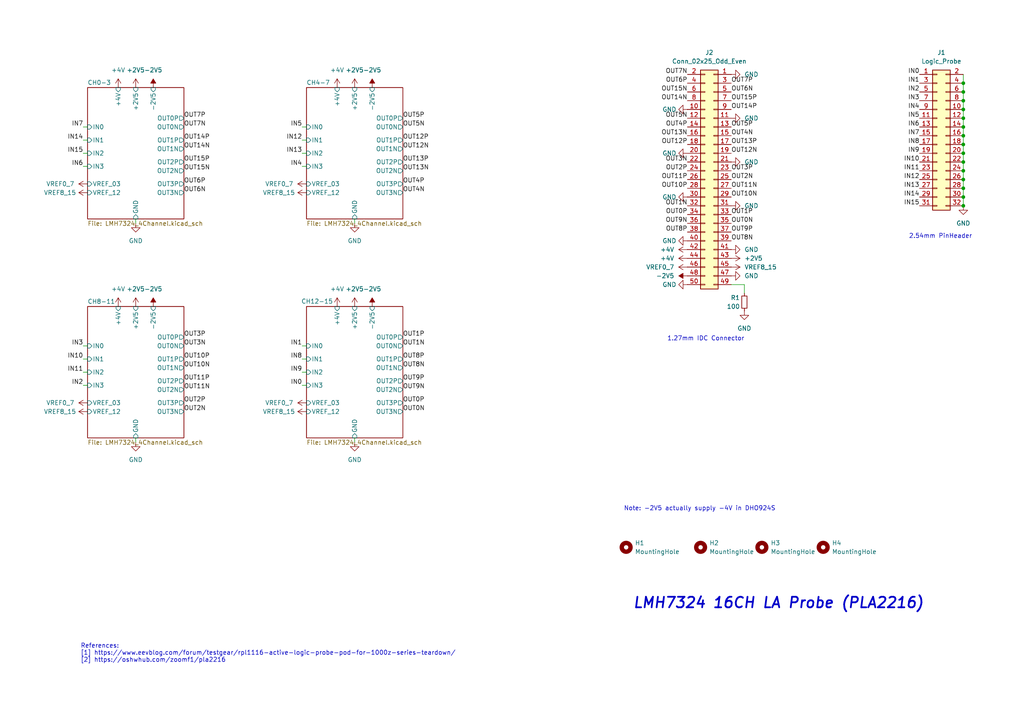
<source format=kicad_sch>
(kicad_sch (version 20231120) (generator "eeschema") (generator_version "8.0")
  (paper "A4")
  (lib_symbols
    (symbol "Connector_Generic:Conn_02x16_Odd_Even" (pin_names (offset 1.016) hide)
      (property "Reference" "J" (at 1.27 20.32 0))
      (property "Value" "Conn_02x16_Odd_Even" (at 1.27 -22.86 0))
      (symbol "Conn_02x16_Odd_Even_1_1"
        (rectangle (start -1.27 -20.193) (end 0 -20.447) (stroke (width 0.1524)))
        (rectangle (start -1.27 -17.653) (end 0 -17.907) (stroke (width 0.1524)))
        (rectangle (start -1.27 -15.113) (end 0 -15.367) (stroke (width 0.1524)))
        (rectangle (start -1.27 -12.573) (end 0 -12.827) (stroke (width 0.1524)))
        (rectangle (start -1.27 -10.033) (end 0 -10.287) (stroke (width 0.1524)))
        (rectangle (start -1.27 -7.493) (end 0 -7.747) (stroke (width 0.1524)))
        (rectangle (start -1.27 -4.953) (end 0 -5.207) (stroke (width 0.1524)))
        (rectangle (start -1.27 -2.413) (end 0 -2.667) (stroke (width 0.1524)))
        (rectangle (start -1.27 0.127) (end 0 -0.127) (stroke (width 0.1524)))
        (rectangle (start -1.27 2.667) (end 0 2.413) (stroke (width 0.1524)))
        (rectangle (start -1.27 5.207) (end 0 4.953) (stroke (width 0.1524)))
        (rectangle (start -1.27 7.747) (end 0 7.493) (stroke (width 0.1524)))
        (rectangle (start -1.27 10.287) (end 0 10.033) (stroke (width 0.1524)))
        (rectangle (start -1.27 12.827) (end 0 12.573) (stroke (width 0.1524)))
        (rectangle (start -1.27 15.367) (end 0 15.113) (stroke (width 0.1524)))
        (rectangle (start -1.27 17.907) (end 0 17.653) (stroke (width 0.1524)))
        (rectangle (start -1.27 19.05) (end 3.81 -21.59) (stroke (width 0.254)) (fill (type background)))
        (rectangle (start 3.81 -20.193) (end 2.54 -20.447) (stroke (width 0.1524)))
        (rectangle (start 3.81 -17.653) (end 2.54 -17.907) (stroke (width 0.1524)))
        (rectangle (start 3.81 -15.113) (end 2.54 -15.367) (stroke (width 0.1524)))
        (rectangle (start 3.81 -12.573) (end 2.54 -12.827) (stroke (width 0.1524)))
        (rectangle (start 3.81 -10.033) (end 2.54 -10.287) (stroke (width 0.1524)))
        (rectangle (start 3.81 -7.493) (end 2.54 -7.747) (stroke (width 0.1524)))
        (rectangle (start 3.81 -4.953) (end 2.54 -5.207) (stroke (width 0.1524)))
        (rectangle (start 3.81 -2.413) (end 2.54 -2.667) (stroke (width 0.1524)))
        (rectangle (start 3.81 0.127) (end 2.54 -0.127) (stroke (width 0.1524)))
        (rectangle (start 3.81 2.667) (end 2.54 2.413) (stroke (width 0.1524)))
        (rectangle (start 3.81 5.207) (end 2.54 4.953) (stroke (width 0.1524)))
        (rectangle (start 3.81 7.747) (end 2.54 7.493) (stroke (width 0.1524)))
        (rectangle (start 3.81 10.287) (end 2.54 10.033) (stroke (width 0.1524)))
        (rectangle (start 3.81 12.827) (end 2.54 12.573) (stroke (width 0.1524)))
        (rectangle (start 3.81 15.367) (end 2.54 15.113) (stroke (width 0.1524)))
        (rectangle (start 3.81 17.907) (end 2.54 17.653) (stroke (width 0.1524)))
        (pin passive line (at -5.08 17.78 0) (length 3.81) (name "Pin_1") (number "1"))
        (pin passive line (at 7.62 7.62 180) (length 3.81) (name "Pin_10") (number "10"))
        (pin passive line (at -5.08 5.08 0) (length 3.81) (name "Pin_11") (number "11"))
        (pin passive line (at 7.62 5.08 180) (length 3.81) (name "Pin_12") (number "12"))
        (pin passive line (at -5.08 2.54 0) (length 3.81) (name "Pin_13") (number "13"))
        (pin passive line (at 7.62 2.54 180) (length 3.81) (name "Pin_14") (number "14"))
        (pin passive line (at -5.08 0 0) (length 3.81) (name "Pin_15") (number "15"))
        (pin passive line (at 7.62 0 180) (length 3.81) (name "Pin_16") (number "16"))
        (pin passive line (at -5.08 -2.54 0) (length 3.81) (name "Pin_17") (number "17"))
        (pin passive line (at 7.62 -2.54 180) (length 3.81) (name "Pin_18") (number "18"))
        (pin passive line (at -5.08 -5.08 0) (length 3.81) (name "Pin_19") (number "19"))
        (pin passive line (at 7.62 17.78 180) (length 3.81) (name "Pin_2") (number "2"))
        (pin passive line (at 7.62 -5.08 180) (length 3.81) (name "Pin_20") (number "20"))
        (pin passive line (at -5.08 -7.62 0) (length 3.81) (name "Pin_21") (number "21"))
        (pin passive line (at 7.62 -7.62 180) (length 3.81) (name "Pin_22") (number "22"))
        (pin passive line (at -5.08 -10.16 0) (length 3.81) (name "Pin_23") (number "23"))
        (pin passive line (at 7.62 -10.16 180) (length 3.81) (name "Pin_24") (number "24"))
        (pin passive line (at -5.08 -12.7 0) (length 3.81) (name "Pin_25") (number "25"))
        (pin passive line (at 7.62 -12.7 180) (length 3.81) (name "Pin_26") (number "26"))
        (pin passive line (at -5.08 -15.24 0) (length 3.81) (name "Pin_27") (number "27"))
        (pin passive line (at 7.62 -15.24 180) (length 3.81) (name "Pin_28") (number "28"))
        (pin passive line (at -5.08 -17.78 0) (length 3.81) (name "Pin_29") (number "29"))
        (pin passive line (at -5.08 15.24 0) (length 3.81) (name "Pin_3") (number "3"))
        (pin passive line (at 7.62 -17.78 180) (length 3.81) (name "Pin_30") (number "30"))
        (pin passive line (at -5.08 -20.32 0) (length 3.81) (name "Pin_31") (number "31"))
        (pin passive line (at 7.62 -20.32 180) (length 3.81) (name "Pin_32") (number "32"))
        (pin passive line (at 7.62 15.24 180) (length 3.81) (name "Pin_4") (number "4"))
        (pin passive line (at -5.08 12.7 0) (length 3.81) (name "Pin_5") (number "5"))
        (pin passive line (at 7.62 12.7 180) (length 3.81) (name "Pin_6") (number "6"))
        (pin passive line (at -5.08 10.16 0) (length 3.81) (name "Pin_7") (number "7"))
        (pin passive line (at 7.62 10.16 180) (length 3.81) (name "Pin_8") (number "8"))
        (pin passive line (at -5.08 7.62 0) (length 3.81) (name "Pin_9") (number "9"))
      )
    )
    (symbol "Connector_Generic:Conn_02x25_Odd_Even" (pin_names (offset 1.016) hide)
      (property "Reference" "J" (at 1.27 33.02 0))
      (property "Value" "Conn_02x25_Odd_Even" (at 1.27 -33.02 0))
      (symbol "Conn_02x25_Odd_Even_1_1"
        (rectangle (start -1.27 -30.353) (end 0 -30.607) (stroke (width 0.1524)))
        (rectangle (start -1.27 -27.813) (end 0 -28.067) (stroke (width 0.1524)))
        (rectangle (start -1.27 -25.273) (end 0 -25.527) (stroke (width 0.1524)))
        (rectangle (start -1.27 -22.733) (end 0 -22.987) (stroke (width 0.1524)))
        (rectangle (start -1.27 -20.193) (end 0 -20.447) (stroke (width 0.1524)))
        (rectangle (start -1.27 -17.653) (end 0 -17.907) (stroke (width 0.1524)))
        (rectangle (start -1.27 -15.113) (end 0 -15.367) (stroke (width 0.1524)))
        (rectangle (start -1.27 -12.573) (end 0 -12.827) (stroke (width 0.1524)))
        (rectangle (start -1.27 -10.033) (end 0 -10.287) (stroke (width 0.1524)))
        (rectangle (start -1.27 -7.493) (end 0 -7.747) (stroke (width 0.1524)))
        (rectangle (start -1.27 -4.953) (end 0 -5.207) (stroke (width 0.1524)))
        (rectangle (start -1.27 -2.413) (end 0 -2.667) (stroke (width 0.1524)))
        (rectangle (start -1.27 0.127) (end 0 -0.127) (stroke (width 0.1524)))
        (rectangle (start -1.27 2.667) (end 0 2.413) (stroke (width 0.1524)))
        (rectangle (start -1.27 5.207) (end 0 4.953) (stroke (width 0.1524)))
        (rectangle (start -1.27 7.747) (end 0 7.493) (stroke (width 0.1524)))
        (rectangle (start -1.27 10.287) (end 0 10.033) (stroke (width 0.1524)))
        (rectangle (start -1.27 12.827) (end 0 12.573) (stroke (width 0.1524)))
        (rectangle (start -1.27 15.367) (end 0 15.113) (stroke (width 0.1524)))
        (rectangle (start -1.27 17.907) (end 0 17.653) (stroke (width 0.1524)))
        (rectangle (start -1.27 20.447) (end 0 20.193) (stroke (width 0.1524)))
        (rectangle (start -1.27 22.987) (end 0 22.733) (stroke (width 0.1524)))
        (rectangle (start -1.27 25.527) (end 0 25.273) (stroke (width 0.1524)))
        (rectangle (start -1.27 28.067) (end 0 27.813) (stroke (width 0.1524)))
        (rectangle (start -1.27 30.607) (end 0 30.353) (stroke (width 0.1524)))
        (rectangle (start -1.27 31.75) (end 3.81 -31.75) (stroke (width 0.254)) (fill (type background)))
        (rectangle (start 3.81 -30.353) (end 2.54 -30.607) (stroke (width 0.1524)))
        (rectangle (start 3.81 -27.813) (end 2.54 -28.067) (stroke (width 0.1524)))
        (rectangle (start 3.81 -25.273) (end 2.54 -25.527) (stroke (width 0.1524)))
        (rectangle (start 3.81 -22.733) (end 2.54 -22.987) (stroke (width 0.1524)))
        (rectangle (start 3.81 -20.193) (end 2.54 -20.447) (stroke (width 0.1524)))
        (rectangle (start 3.81 -17.653) (end 2.54 -17.907) (stroke (width 0.1524)))
        (rectangle (start 3.81 -15.113) (end 2.54 -15.367) (stroke (width 0.1524)))
        (rectangle (start 3.81 -12.573) (end 2.54 -12.827) (stroke (width 0.1524)))
        (rectangle (start 3.81 -10.033) (end 2.54 -10.287) (stroke (width 0.1524)))
        (rectangle (start 3.81 -7.493) (end 2.54 -7.747) (stroke (width 0.1524)))
        (rectangle (start 3.81 -4.953) (end 2.54 -5.207) (stroke (width 0.1524)))
        (rectangle (start 3.81 -2.413) (end 2.54 -2.667) (stroke (width 0.1524)))
        (rectangle (start 3.81 0.127) (end 2.54 -0.127) (stroke (width 0.1524)))
        (rectangle (start 3.81 2.667) (end 2.54 2.413) (stroke (width 0.1524)))
        (rectangle (start 3.81 5.207) (end 2.54 4.953) (stroke (width 0.1524)))
        (rectangle (start 3.81 7.747) (end 2.54 7.493) (stroke (width 0.1524)))
        (rectangle (start 3.81 10.287) (end 2.54 10.033) (stroke (width 0.1524)))
        (rectangle (start 3.81 12.827) (end 2.54 12.573) (stroke (width 0.1524)))
        (rectangle (start 3.81 15.367) (end 2.54 15.113) (stroke (width 0.1524)))
        (rectangle (start 3.81 17.907) (end 2.54 17.653) (stroke (width 0.1524)))
        (rectangle (start 3.81 20.447) (end 2.54 20.193) (stroke (width 0.1524)))
        (rectangle (start 3.81 22.987) (end 2.54 22.733) (stroke (width 0.1524)))
        (rectangle (start 3.81 25.527) (end 2.54 25.273) (stroke (width 0.1524)))
        (rectangle (start 3.81 28.067) (end 2.54 27.813) (stroke (width 0.1524)))
        (rectangle (start 3.81 30.607) (end 2.54 30.353) (stroke (width 0.1524)))
        (pin passive line (at -5.08 30.48 0) (length 3.81) (name "Pin_1") (number "1"))
        (pin passive line (at 7.62 20.32 180) (length 3.81) (name "Pin_10") (number "10"))
        (pin passive line (at -5.08 17.78 0) (length 3.81) (name "Pin_11") (number "11"))
        (pin passive line (at 7.62 17.78 180) (length 3.81) (name "Pin_12") (number "12"))
        (pin passive line (at -5.08 15.24 0) (length 3.81) (name "Pin_13") (number "13"))
        (pin passive line (at 7.62 15.24 180) (length 3.81) (name "Pin_14") (number "14"))
        (pin passive line (at -5.08 12.7 0) (length 3.81) (name "Pin_15") (number "15"))
        (pin passive line (at 7.62 12.7 180) (length 3.81) (name "Pin_16") (number "16"))
        (pin passive line (at -5.08 10.16 0) (length 3.81) (name "Pin_17") (number "17"))
        (pin passive line (at 7.62 10.16 180) (length 3.81) (name "Pin_18") (number "18"))
        (pin passive line (at -5.08 7.62 0) (length 3.81) (name "Pin_19") (number "19"))
        (pin passive line (at 7.62 30.48 180) (length 3.81) (name "Pin_2") (number "2"))
        (pin passive line (at 7.62 7.62 180) (length 3.81) (name "Pin_20") (number "20"))
        (pin passive line (at -5.08 5.08 0) (length 3.81) (name "Pin_21") (number "21"))
        (pin passive line (at 7.62 5.08 180) (length 3.81) (name "Pin_22") (number "22"))
        (pin passive line (at -5.08 2.54 0) (length 3.81) (name "Pin_23") (number "23"))
        (pin passive line (at 7.62 2.54 180) (length 3.81) (name "Pin_24") (number "24"))
        (pin passive line (at -5.08 0 0) (length 3.81) (name "Pin_25") (number "25"))
        (pin passive line (at 7.62 0 180) (length 3.81) (name "Pin_26") (number "26"))
        (pin passive line (at -5.08 -2.54 0) (length 3.81) (name "Pin_27") (number "27"))
        (pin passive line (at 7.62 -2.54 180) (length 3.81) (name "Pin_28") (number "28"))
        (pin passive line (at -5.08 -5.08 0) (length 3.81) (name "Pin_29") (number "29"))
        (pin passive line (at -5.08 27.94 0) (length 3.81) (name "Pin_3") (number "3"))
        (pin passive line (at 7.62 -5.08 180) (length 3.81) (name "Pin_30") (number "30"))
        (pin passive line (at -5.08 -7.62 0) (length 3.81) (name "Pin_31") (number "31"))
        (pin passive line (at 7.62 -7.62 180) (length 3.81) (name "Pin_32") (number "32"))
        (pin passive line (at -5.08 -10.16 0) (length 3.81) (name "Pin_33") (number "33"))
        (pin passive line (at 7.62 -10.16 180) (length 3.81) (name "Pin_34") (number "34"))
        (pin passive line (at -5.08 -12.7 0) (length 3.81) (name "Pin_35") (number "35"))
        (pin passive line (at 7.62 -12.7 180) (length 3.81) (name "Pin_36") (number "36"))
        (pin passive line (at -5.08 -15.24 0) (length 3.81) (name "Pin_37") (number "37"))
        (pin passive line (at 7.62 -15.24 180) (length 3.81) (name "Pin_38") (number "38"))
        (pin passive line (at -5.08 -17.78 0) (length 3.81) (name "Pin_39") (number "39"))
        (pin passive line (at 7.62 27.94 180) (length 3.81) (name "Pin_4") (number "4"))
        (pin passive line (at 7.62 -17.78 180) (length 3.81) (name "Pin_40") (number "40"))
        (pin passive line (at -5.08 -20.32 0) (length 3.81) (name "Pin_41") (number "41"))
        (pin passive line (at 7.62 -20.32 180) (length 3.81) (name "Pin_42") (number "42"))
        (pin passive line (at -5.08 -22.86 0) (length 3.81) (name "Pin_43") (number "43"))
        (pin passive line (at 7.62 -22.86 180) (length 3.81) (name "Pin_44") (number "44"))
        (pin passive line (at -5.08 -25.4 0) (length 3.81) (name "Pin_45") (number "45"))
        (pin passive line (at 7.62 -25.4 180) (length 3.81) (name "Pin_46") (number "46"))
        (pin passive line (at -5.08 -27.94 0) (length 3.81) (name "Pin_47") (number "47"))
        (pin passive line (at 7.62 -27.94 180) (length 3.81) (name "Pin_48") (number "48"))
        (pin passive line (at -5.08 -30.48 0) (length 3.81) (name "Pin_49") (number "49"))
        (pin passive line (at -5.08 25.4 0) (length 3.81) (name "Pin_5") (number "5"))
        (pin passive line (at 7.62 -30.48 180) (length 3.81) (name "Pin_50") (number "50"))
        (pin passive line (at 7.62 25.4 180) (length 3.81) (name "Pin_6") (number "6"))
        (pin passive line (at -5.08 22.86 0) (length 3.81) (name "Pin_7") (number "7"))
        (pin passive line (at 7.62 22.86 180) (length 3.81) (name "Pin_8") (number "8"))
        (pin passive line (at -5.08 20.32 0) (length 3.81) (name "Pin_9") (number "9"))
      )
    )
    (symbol "Device:R_Small" (pin_numbers hide) (pin_names (offset 0.254) hide)
      (property "Reference" "R" (at 0.762 0.508 0))
      (property "Value" "R_Small" (at 0.762 -1.016 0))
      (symbol "R_Small_0_1"
        (rectangle (start -0.762 1.778) (end 0.762 -1.778) (stroke (width 0.2032)))
      )
      (symbol "R_Small_1_1"
        (pin passive line (at 0 2.54 270) (length 0.762) (name "~") (number "1"))
        (pin passive line (at 0 -2.54 90) (length 0.762) (name "~") (number "2"))
      )
    )
    (symbol "Mechanical:MountingHole" (pin_names (offset 1.016)) (exclude_from_sim yes) (in_bom no)
      (property "Reference" "H" (at 0 5.08 0))
      (property "Value" "MountingHole" (at 0 3.175 0))
      (symbol "MountingHole_0_1"
        (circle (center 0 0) (radius 1.27) (stroke (width 1.27)))
      )
    )
    (symbol "power:+2V5" (power) (pin_numbers hide) (pin_names (offset 0) hide)
      (property "Value" "+2V5" (at 0 3.556 0))
      (symbol "+2V5_0_1"
        (polyline (pts (xy -0.762 1.27) (xy 0 2.54)))
        (polyline (pts (xy 0 0) (xy 0 2.54)))
        (polyline (pts (xy 0 2.54) (xy 0.762 1.27)))
      )
      (symbol "+2V5_1_1"
        (pin power_in line (at 0 0 90) (length 0) (name "~") (number "1"))
      )
    )
    (symbol "power:+4V" (power) (pin_numbers hide) (pin_names (offset 0) hide)
      (property "Value" "+4V" (at 0 3.556 0))
      (symbol "+4V_0_1"
        (polyline (pts (xy -0.762 1.27) (xy 0 2.54)))
        (polyline (pts (xy 0 0) (xy 0 2.54)))
        (polyline (pts (xy 0 2.54) (xy 0.762 1.27)))
      )
      (symbol "+4V_1_1"
        (pin power_in line (at 0 0 90) (length 0) (name "~") (number "1"))
      )
    )
    (symbol "power:-2V5" (power) (pin_numbers hide) (pin_names (offset 0) hide)
      (property "Value" "-2V5" (at 0 3.556 0))
      (symbol "-2V5_0_0"
        (pin power_in line (at 0 0 90) (length 0) (name "~") (number "1"))
      )
      (symbol "-2V5_0_1"
        (polyline (pts (xy 0 0) (xy 0 1.27) (xy 0.762 1.27) (xy 0 2.54) (xy -0.762 1.27) (xy 0 1.27)) (fill (type outline)))
      )
    )
    (symbol "power:GND" (power) (pin_numbers hide) (pin_names (offset 0) hide)
      (property "Value" "GND" (at 0 -3.81 0))
      (symbol "GND_0_1"
        (polyline (pts (xy 0 0) (xy 0 -1.27) (xy 1.27 -1.27) (xy 0 -2.54) (xy -1.27 -1.27) (xy 0 -1.27)))
      )
      (symbol "GND_1_1"
        (pin power_in line (at 0 0 270) (length 0) (name "~") (number "1"))
      )
    )
    (symbol "power:Vdrive" (power) (pin_numbers hide) (pin_names (offset 0) hide)
      (property "Value" "Vdrive" (at 0 3.556 0))
      (symbol "Vdrive_0_1"
        (polyline (pts (xy -0.762 1.27) (xy 0 2.54)))
        (polyline (pts (xy 0 0) (xy 0 2.54)))
        (polyline (pts (xy 0 2.54) (xy 0.762 1.27)))
      )
      (symbol "Vdrive_1_1"
        (pin power_in line (at 0 0 90) (length 0) (name "~") (number "1"))
      )
    )
  )
  (junction (at 279.4 36.83))
  (junction (at 279.4 52.07))
  (junction (at 279.4 39.37))
  (junction (at 279.4 44.45))
  (junction (at 279.4 54.61))
  (junction (at 279.4 46.99))
  (junction (at 279.4 24.13))
  (junction (at 279.4 26.67))
  (junction (at 279.4 41.91))
  (junction (at 279.4 59.69))
  (junction (at 279.4 29.21))
  (junction (at 279.4 49.53))
  (junction (at 279.4 31.75))
  (junction (at 279.4 57.15))
  (junction (at 279.4 34.29))
  (wire (pts (xy 87.63 48.26) (xy 88.9 48.26)))
  (wire (pts (xy 279.4 34.29) (xy 279.4 36.83)))
  (wire (pts (xy 279.4 54.61) (xy 279.4 57.15)))
  (wire (pts (xy 279.4 41.91) (xy 279.4 44.45)))
  (wire (pts (xy 39.37 64.77) (xy 39.37 63.5)))
  (wire (pts (xy 102.87 64.77) (xy 102.87 63.5)))
  (wire (pts (xy 24.13 40.64) (xy 25.4 40.64)))
  (wire (pts (xy 279.4 52.07) (xy 279.4 54.61)))
  (wire (pts (xy 87.63 100.33) (xy 88.9 100.33)))
  (wire (pts (xy 24.13 104.14) (xy 25.4 104.14)))
  (wire (pts (xy 24.13 100.33) (xy 25.4 100.33)))
  (wire (pts (xy 24.13 36.83) (xy 25.4 36.83)))
  (wire (pts (xy 279.4 36.83) (xy 279.4 39.37)))
  (wire (pts (xy 279.4 29.21) (xy 279.4 31.75)))
  (wire (pts (xy 102.87 128.27) (xy 102.87 127)))
  (wire (pts (xy 24.13 111.76) (xy 25.4 111.76)))
  (wire (pts (xy 279.4 21.59) (xy 279.4 24.13)))
  (wire (pts (xy 279.4 26.67) (xy 279.4 29.21)))
  (wire (pts (xy 87.63 104.14) (xy 88.9 104.14)))
  (wire (pts (xy 87.63 40.64) (xy 88.9 40.64)))
  (wire (pts (xy 24.13 107.95) (xy 25.4 107.95)))
  (wire (pts (xy 279.4 46.99) (xy 279.4 49.53)))
  (wire (pts (xy 87.63 36.83) (xy 88.9 36.83)))
  (wire (pts (xy 39.37 128.27) (xy 39.37 127)))
  (wire (pts (xy 24.13 48.26) (xy 25.4 48.26)))
  (wire (pts (xy 24.13 44.45) (xy 25.4 44.45)))
  (wire (pts (xy 279.4 57.15) (xy 279.4 59.69)))
  (wire (pts (xy 279.4 44.45) (xy 279.4 46.99)))
  (wire (pts (xy 279.4 24.13) (xy 279.4 26.67)))
  (wire (pts (xy 87.63 44.45) (xy 88.9 44.45)))
  (wire (pts (xy 279.4 31.75) (xy 279.4 34.29)))
  (wire (pts (xy 279.4 49.53) (xy 279.4 52.07)))
  (wire (pts (xy 279.4 39.37) (xy 279.4 41.91)))
  (wire (pts (xy 87.63 107.95) (xy 88.9 107.95)))
  (wire (pts (xy 215.9 82.55) (xy 212.09 82.55)))
  (wire (pts (xy 215.9 85.09) (xy 215.9 82.55)))
  (wire (pts (xy 87.63 111.76) (xy 88.9 111.76)))
  (text "References:\n[1] https://www.eevblog.com/forum/testgear/rpl1116-active-logic-probe-pod-for-1000z-series-teardown/\n[2] https://oshwhub.com/zoomf1/pla2216" (at 23.368 189.484 0) (effects (font (size 1.27 1.27)) (justify left)))
  (text "2.54mm PinHeader" (at 272.796 68.58 0) (effects (font (size 1.27 1.27))))
  (text "1.27mm IDC Connector" (at 204.724 98.298 0) (effects (font (size 1.27 1.27))))
  (text "LMH7324 16CH LA Probe (PLA2216)" (at 225.806 175.006 0) (effects (font (size 3.048 3.048) (thickness 0.508) (bold yes) (italic yes))))
  (text "Note: -2V5 actually supply -4V in DHO924S" (at 202.946 147.574 0) (effects (font (size 1.27 1.27))))
  (label "OUT4P" (at 199.39 36.83 180))
  (label "IN8" (at 266.7 41.91 180))
  (label "OUT0N" (at 212.09 64.77 0))
  (label "OUT11P" (at 199.39 52.07 180))
  (label "IN3" (at 266.7 29.21 180))
  (label "OUT8P" (at 199.39 67.31 180))
  (label "OUT0N" (at 116.84 119.38 0))
  (label "OUT10N" (at 212.09 57.15 0))
  (label "OUT14P" (at 212.09 31.75 0))
  (label "OUT1N" (at 116.84 100.33 0))
  (label "IN1" (at 87.63 100.33 180))
  (label "OUT9P" (at 116.84 110.49 0))
  (label "IN5" (at 87.63 36.83 180))
  (label "OUT2P" (at 199.39 49.53 180))
  (label "OUT8N" (at 212.09 69.85 0))
  (label "OUT12N" (at 212.09 44.45 0))
  (label "OUT12P" (at 116.84 40.64 0))
  (label "IN3" (at 24.13 100.33 180))
  (label "OUT7N" (at 53.34 36.83 0))
  (label "IN2" (at 24.13 111.76 180))
  (label "OUT6P" (at 199.39 24.13 180))
  (label "OUT4N" (at 116.84 55.88 0))
  (label "OUT4P" (at 116.84 53.34 0))
  (label "OUT14N" (at 53.34 43.18 0))
  (label "OUT8N" (at 116.84 106.68 0))
  (label "IN4" (at 266.7 31.75 180))
  (label "OUT2N" (at 53.34 119.38 0))
  (label "OUT9N" (at 199.39 64.77 180))
  (label "OUT7N" (at 199.39 21.59 180))
  (label "IN5" (at 266.7 34.29 180))
  (label "OUT3P" (at 212.09 49.53 0))
  (label "IN10" (at 24.13 104.14 180))
  (label "IN6" (at 24.13 48.26 180))
  (label "OUT14P" (at 53.34 40.64 0))
  (label "OUT9P" (at 212.09 67.31 0))
  (label "OUT15N" (at 53.34 49.53 0))
  (label "OUT8P" (at 116.84 104.14 0))
  (label "IN1" (at 266.7 24.13 180))
  (label "IN12" (at 87.63 40.64 180))
  (label "OUT0P" (at 199.39 62.23 180))
  (label "IN15" (at 266.7 59.69 180))
  (label "OUT1N" (at 199.39 59.69 180))
  (label "IN14" (at 266.7 57.15 180))
  (label "OUT6N" (at 212.09 26.67 0))
  (label "OUT6N" (at 53.34 55.88 0))
  (label "IN4" (at 87.63 48.26 180))
  (label "IN2" (at 266.7 26.67 180))
  (label "IN7" (at 266.7 39.37 180))
  (label "OUT4N" (at 212.09 39.37 0))
  (label "IN6" (at 266.7 36.83 180))
  (label "OUT2N" (at 212.09 52.07 0))
  (label "IN11" (at 266.7 49.53 180))
  (label "OUT13N" (at 199.39 39.37 180))
  (label "OUT10N" (at 53.34 106.68 0))
  (label "IN0" (at 266.7 21.59 180))
  (label "IN12" (at 266.7 52.07 180))
  (label "OUT1P" (at 212.09 62.23 0))
  (label "IN11" (at 24.13 107.95 180))
  (label "OUT15P" (at 53.34 46.99 0))
  (label "OUT15N" (at 199.39 26.67 180))
  (label "OUT12P" (at 199.39 41.91 180))
  (label "IN9" (at 87.63 107.95 180))
  (label "IN7" (at 24.13 36.83 180))
  (label "OUT11N" (at 53.34 113.03 0))
  (label "OUT7P" (at 53.34 34.29 0))
  (label "OUT11P" (at 53.34 110.49 0))
  (label "OUT7P" (at 212.09 24.13 0))
  (label "OUT5N" (at 199.39 34.29 180))
  (label "IN14" (at 24.13 40.64 180))
  (label "OUT15P" (at 212.09 29.21 0))
  (label "OUT13P" (at 212.09 41.91 0))
  (label "OUT9N" (at 116.84 113.03 0))
  (label "OUT3N" (at 53.34 100.33 0))
  (label "OUT3N" (at 199.39 46.99 180))
  (label "OUT10P" (at 199.39 54.61 180))
  (label "OUT13N" (at 116.84 49.53 0))
  (label "IN15" (at 24.13 44.45 180))
  (label "IN9" (at 266.7 44.45 180))
  (label "OUT10P" (at 53.34 104.14 0))
  (label "OUT12N" (at 116.84 43.18 0))
  (label "IN13" (at 87.63 44.45 180))
  (label "IN13" (at 266.7 54.61 180))
  (label "OUT2P" (at 53.34 116.84 0))
  (label "OUT3P" (at 53.34 97.79 0))
  (label "OUT5P" (at 212.09 36.83 0))
  (label "IN0" (at 87.63 111.76 180))
  (label "OUT13P" (at 116.84 46.99 0))
  (label "OUT6P" (at 53.34 53.34 0))
  (label "OUT5N" (at 116.84 36.83 0))
  (label "IN8" (at 87.63 104.14 180))
  (label "OUT14N" (at 199.39 29.21 180))
  (label "OUT11N" (at 212.09 54.61 0))
  (label "IN10" (at 266.7 46.99 180))
  (label "OUT0P" (at 116.84 116.84 0))
  (label "OUT5P" (at 116.84 34.29 0))
  (label "OUT1P" (at 116.84 97.79 0))
  (symbol (lib_id "power:Vdrive") (at 25.4 116.84 90) (unit 1)
    (property "Reference" "#PWR0248" (effects (hide yes)))
    (property "Value" "VREF0_7" (at 21.59 116.8399 90) (effects (justify left)))
    (property "Description" "Power symbol creates a global label with name \"Vdrive\"" (effects (hide yes)))
  )
  (symbol (lib_id "power:-2V5") (at 44.45 25.4 0) (mirror y) (unit 1)
    (property "Reference" "#PWR04" (effects (hide yes)))
    (property "Value" "-2V5" (at 44.45 20.32 0))
    (property "Description" "Power symbol creates a global label with name \"-2V5\"" (effects (hide yes)))
  )
  (symbol (lib_id "power:Vdrive") (at 88.9 53.34 90) (unit 1)
    (property "Reference" "#PWR013" (effects (hide yes)))
    (property "Value" "VREF0_7" (at 85.09 53.3399 90) (effects (justify left)))
    (property "Description" "Power symbol creates a global label with name \"Vdrive\"" (effects (hide yes)))
  )
  (symbol (lib_id "power:GND") (at 39.37 128.27 0) (mirror y) (unit 1)
    (property "Reference" "#PWR038" (effects (hide yes)))
    (property "Value" "GND" (at 39.37 133.35 0))
    (property "Description" "Power symbol creates a global label with name \"GND\" , ground" (effects (hide yes)))
  )
  (symbol (lib_id "power:GND") (at 212.09 80.01 90) (unit 1)
    (property "Reference" "#PWR027" (effects (hide yes)))
    (property "Value" "GND" (at 215.9 80.0099 90) (effects (justify right)))
    (property "Description" "Power symbol creates a global label with name \"GND\" , ground" (effects (hide yes)))
  )
  (symbol (lib_id "power:+4V") (at 199.39 72.39 90) (unit 1)
    (property "Reference" "#PWR020" (effects (hide yes)))
    (property "Value" "+4V" (at 195.58 72.3899 90) (effects (justify left)))
    (property "Description" "Power symbol creates a global label with name \"+4V\"" (effects (hide yes)))
  )
  (symbol (lib_id "power:GND") (at 199.39 44.45 270) (unit 1)
    (property "Reference" "#PWR010" (effects (hide yes)))
    (property "Value" "GND" (at 196.1991 44.4499 90) (effects (justify right)))
    (property "Description" "Power symbol creates a global label with name \"GND\" , ground" (effects (hide yes)))
  )
  (symbol (lib_id "power:GND") (at 199.39 69.85 270) (unit 1)
    (property "Reference" "#PWR019" (effects (hide yes)))
    (property "Value" "GND" (at 196.1991 69.8499 90) (effects (justify right)))
    (property "Description" "Power symbol creates a global label with name \"GND\" , ground" (effects (hide yes)))
  )
  (symbol (lib_id "power:GND") (at 215.9 90.17 0) (unit 1)
    (property "Reference" "#PWR035" (effects (hide yes)))
    (property "Value" "GND" (at 215.9 95.25 0))
    (property "Description" "Power symbol creates a global label with name \"GND\" , ground" (effects (hide yes)))
  )
  (symbol (lib_id "power:+4V") (at 97.79 88.9 0) (mirror y) (unit 1)
    (property "Reference" "#PWR032" (effects (hide yes)))
    (property "Value" "+4V" (at 97.79 83.82 0))
    (property "Description" "Power symbol creates a global label with name \"+4V\"" (effects (hide yes)))
  )
  (symbol (lib_id "power:Vdrive") (at 25.4 119.38 90) (unit 1)
    (property "Reference" "#PWR0249" (effects (hide yes)))
    (property "Value" "VREF8_15" (at 22.098 119.38 90) (effects (justify left)))
    (property "Description" "Power symbol creates a global label with name \"Vdrive\"" (effects (hide yes)))
  )
  (symbol (lib_id "power:+4V") (at 199.39 74.93 90) (unit 1)
    (property "Reference" "#PWR022" (effects (hide yes)))
    (property "Value" "+4V" (at 195.58 74.9299 90) (effects (justify left)))
    (property "Description" "Power symbol creates a global label with name \"+4V\"" (effects (hide yes)))
  )
  (symbol (lib_id "Device:R_Small") (at 215.9 87.63 0) (mirror y) (unit 1)
    (property "Reference" "R1" (at 214.63 86.36 0) (effects (justify left)))
    (property "Value" "100" (at 214.63 88.9 0) (effects (justify left)))
    (property "Footprint" "Resistor_SMD:R_0603_1608Metric" (effects (hide yes)))
    (property "LCSC" "C17414" (effects (hide yes)))
    (property "package" "0805" (effects (hide yes)))
    (property "power" "125 mW" (effects (hide yes)))
    (property "tolerance" "1%" (effects (hide yes)))
  )
  (symbol (lib_id "power:Vdrive") (at 212.09 77.47 270) (unit 1)
    (property "Reference" "#PWR025" (effects (hide yes)))
    (property "Value" "VREF8_15" (at 215.9 77.4699 90) (effects (justify left)))
    (property "Description" "Power symbol creates a global label with name \"Vdrive\"" (effects (hide yes)))
  )
  (symbol (lib_id "Mechanical:MountingHole") (at 203.2 158.75 0) (unit 1) (exclude_from_sim yes) (in_bom no)
    (property "Reference" "H2" (at 205.74 157.4799 0) (effects (justify left)))
    (property "Value" "MountingHole" (at 205.74 160.0199 0) (effects (justify left)))
    (property "Footprint" "MountingHole:MountingHole_2.2mm_M2" (effects (hide yes)))
    (property "Description" "Mounting Hole without connection" (effects (hide yes)))
  )
  (symbol (lib_id "power:Vdrive") (at 88.9 55.88 90) (unit 1)
    (property "Reference" "#PWR037" (effects (hide yes)))
    (property "Value" "VREF8_15" (at 85.598 55.88 90) (effects (justify left)))
    (property "Description" "Power symbol creates a global label with name \"Vdrive\"" (effects (hide yes)))
  )
  (symbol (lib_id "Connector_Generic:Conn_02x25_Odd_Even") (at 207.01 52.07 0) (mirror y) (unit 1)
    (property "Reference" "J2" (at 205.74 15.24 0))
    (property "Value" "Conn_02x25_Odd_Even" (at 205.74 17.78 0))
    (property "Footprint" "Footprints:PinHeader_02x25_1.27mm_SMD" (effects (hide yes)))
    (property "Description" "Generic connector, double row, 02x25, odd/even pin numbering scheme (row 1 odd numbers, row 2 even numbers), script generated (kicad-library-utils/schlib/autogen/connector/)" (effects (hide yes)))
  )
  (symbol (lib_id "power:-2V5") (at 107.95 88.9 0) (mirror y) (unit 1)
    (property "Reference" "#PWR034" (effects (hide yes)))
    (property "Value" "-2V5" (at 107.95 83.82 0))
    (property "Description" "Power symbol creates a global label with name \"-2V5\"" (effects (hide yes)))
  )
  (symbol (lib_id "power:+4V") (at 34.29 88.9 0) (mirror y) (unit 1)
    (property "Reference" "#PWR029" (effects (hide yes)))
    (property "Value" "+4V" (at 34.29 83.82 0))
    (property "Description" "Power symbol creates a global label with name \"+4V\"" (effects (hide yes)))
  )
  (symbol (lib_id "power:GND") (at 102.87 128.27 0) (mirror y) (unit 1)
    (property "Reference" "#PWR039" (effects (hide yes)))
    (property "Value" "GND" (at 102.87 133.35 0))
    (property "Description" "Power symbol creates a global label with name \"GND\" , ground" (effects (hide yes)))
  )
  (symbol (lib_id "power:-2V5") (at 199.39 80.01 90) (unit 1)
    (property "Reference" "#PWR026" (effects (hide yes)))
    (property "Value" "-2V5" (at 195.58 80.0099 90) (effects (justify left)))
    (property "Description" "Power symbol creates a global label with name \"-2V5\"" (effects (hide yes)))
  )
  (symbol (lib_id "power:GND") (at 212.09 21.59 90) (unit 1)
    (property "Reference" "#PWR01" (effects (hide yes)))
    (property "Value" "GND" (at 215.9 21.5899 90) (effects (justify right)))
    (property "Description" "Power symbol creates a global label with name \"GND\" , ground" (effects (hide yes)))
  )
  (symbol (lib_id "power:GND") (at 279.4 59.69 0) (unit 1)
    (property "Reference" "#PWR016" (effects (hide yes)))
    (property "Value" "GND" (at 279.4 64.77 0))
    (property "Description" "Power symbol creates a global label with name \"GND\" , ground" (effects (hide yes)))
  )
  (symbol (lib_id "power:Vdrive") (at 199.39 77.47 90) (unit 1)
    (property "Reference" "#PWR024" (effects (hide yes)))
    (property "Value" "VREF0_7" (at 195.58 77.4699 90) (effects (justify left)))
    (property "Description" "Power symbol creates a global label with name \"Vdrive\"" (effects (hide yes)))
  )
  (symbol (lib_id "power:GND") (at 212.09 46.99 90) (unit 1)
    (property "Reference" "#PWR011" (effects (hide yes)))
    (property "Value" "GND" (at 215.9 46.9899 90) (effects (justify right)))
    (property "Description" "Power symbol creates a global label with name \"GND\" , ground" (effects (hide yes)))
  )
  (symbol (lib_id "power:+2V5") (at 102.87 25.4 0) (mirror y) (unit 1)
    (property "Reference" "#PWR06" (effects (hide yes)))
    (property "Value" "+2V5" (at 102.87 20.32 0))
    (property "Description" "Power symbol creates a global label with name \"+2V5\"" (effects (hide yes)))
  )
  (symbol (lib_id "power:GND") (at 199.39 82.55 270) (unit 1)
    (property "Reference" "#PWR028" (effects (hide yes)))
    (property "Value" "GND" (at 196.1991 82.5499 90) (effects (justify right)))
    (property "Description" "Power symbol creates a global label with name \"GND\" , ground" (effects (hide yes)))
  )
  (symbol (lib_id "power:GND") (at 199.39 57.15 270) (unit 1)
    (property "Reference" "#PWR014" (effects (hide yes)))
    (property "Value" "GND" (at 196.1991 57.1499 90) (effects (justify right)))
    (property "Description" "Power symbol creates a global label with name \"GND\" , ground" (effects (hide yes)))
  )
  (symbol (lib_id "power:GND") (at 212.09 72.39 90) (unit 1)
    (property "Reference" "#PWR021" (effects (hide yes)))
    (property "Value" "GND" (at 215.9 72.3899 90) (effects (justify right)))
    (property "Description" "Power symbol creates a global label with name \"GND\" , ground" (effects (hide yes)))
  )
  (symbol (lib_id "power:-2V5") (at 44.45 88.9 0) (mirror y) (unit 1)
    (property "Reference" "#PWR031" (effects (hide yes)))
    (property "Value" "-2V5" (at 44.45 83.82 0))
    (property "Description" "Power symbol creates a global label with name \"-2V5\"" (effects (hide yes)))
  )
  (symbol (lib_id "power:+4V") (at 97.79 25.4 0) (mirror y) (unit 1)
    (property "Reference" "#PWR05" (effects (hide yes)))
    (property "Value" "+4V" (at 97.79 20.32 0))
    (property "Description" "Power symbol creates a global label with name \"+4V\"" (effects (hide yes)))
  )
  (symbol (lib_id "power:GND") (at 212.09 34.29 90) (unit 1)
    (property "Reference" "#PWR09" (effects (hide yes)))
    (property "Value" "GND" (at 215.9 34.2899 90) (effects (justify right)))
    (property "Description" "Power symbol creates a global label with name \"GND\" , ground" (effects (hide yes)))
  )
  (symbol (lib_id "power:Vdrive") (at 88.9 116.84 90) (unit 1)
    (property "Reference" "#PWR0250" (effects (hide yes)))
    (property "Value" "VREF0_7" (at 85.09 116.8399 90) (effects (justify left)))
    (property "Description" "Power symbol creates a global label with name \"Vdrive\"" (effects (hide yes)))
  )
  (symbol (lib_id "Connector_Generic:Conn_02x16_Odd_Even") (at 271.78 39.37 0) (unit 1)
    (property "Reference" "J1" (at 273.05 15.24 0))
    (property "Value" "Logic_Probe" (at 273.05 17.78 0))
    (property "Footprint" "Footprints:PinHeader_02x16_2.54mm_SMD" (effects (hide yes)))
    (property "Description" "Generic connector, double row, 02x16, odd/even pin numbering scheme (row 1 odd numbers, row 2 even numbers), script generated (kicad-library-utils/schlib/autogen/connector/)" (effects (hide yes)))
  )
  (symbol (lib_id "power:-2V5") (at 107.95 25.4 0) (mirror y) (unit 1)
    (property "Reference" "#PWR07" (effects (hide yes)))
    (property "Value" "-2V5" (at 107.95 20.32 0))
    (property "Description" "Power symbol creates a global label with name \"-2V5\"" (effects (hide yes)))
  )
  (symbol (lib_id "power:GND") (at 39.37 64.77 0) (mirror y) (unit 1)
    (property "Reference" "#PWR017" (effects (hide yes)))
    (property "Value" "GND" (at 39.37 69.85 0))
    (property "Description" "Power symbol creates a global label with name \"GND\" , ground" (effects (hide yes)))
  )
  (symbol (lib_id "power:+2V5") (at 39.37 88.9 0) (mirror y) (unit 1)
    (property "Reference" "#PWR030" (effects (hide yes)))
    (property "Value" "+2V5" (at 39.37 83.82 0))
    (property "Description" "Power symbol creates a global label with name \"+2V5\"" (effects (hide yes)))
  )
  (symbol (lib_id "power:+2V5") (at 39.37 25.4 0) (mirror y) (unit 1)
    (property "Reference" "#PWR03" (effects (hide yes)))
    (property "Value" "+2V5" (at 39.37 20.32 0))
    (property "Description" "Power symbol creates a global label with name \"+2V5\"" (effects (hide yes)))
  )
  (symbol (lib_id "power:GND") (at 199.39 31.75 270) (unit 1)
    (property "Reference" "#PWR08" (effects (hide yes)))
    (property "Value" "GND" (at 196.1991 31.7499 90) (effects (justify right)))
    (property "Description" "Power symbol creates a global label with name \"GND\" , ground" (effects (hide yes)))
  )
  (symbol (lib_id "power:GND") (at 212.09 59.69 90) (unit 1)
    (property "Reference" "#PWR015" (effects (hide yes)))
    (property "Value" "GND" (at 215.9 59.6899 90) (effects (justify right)))
    (property "Description" "Power symbol creates a global label with name \"GND\" , ground" (effects (hide yes)))
  )
  (symbol (lib_id "Mechanical:MountingHole") (at 220.98 158.75 0) (unit 1) (exclude_from_sim yes) (in_bom no)
    (property "Reference" "H3" (at 223.52 157.4799 0) (effects (justify left)))
    (property "Value" "MountingHole" (at 223.52 160.0199 0) (effects (justify left)))
    (property "Footprint" "MountingHole:MountingHole_2.2mm_M2" (effects (hide yes)))
    (property "Description" "Mounting Hole without connection" (effects (hide yes)))
  )
  (symbol (lib_id "power:Vdrive") (at 88.9 119.38 90) (unit 1)
    (property "Reference" "#PWR0251" (effects (hide yes)))
    (property "Value" "VREF8_15" (at 85.598 119.38 90) (effects (justify left)))
    (property "Description" "Power symbol creates a global label with name \"Vdrive\"" (effects (hide yes)))
  )
  (symbol (lib_id "Mechanical:MountingHole") (at 181.61 158.75 0) (unit 1) (exclude_from_sim yes) (in_bom no)
    (property "Reference" "H1" (at 184.15 157.4799 0) (effects (justify left)))
    (property "Value" "MountingHole" (at 184.15 160.0199 0) (effects (justify left)))
    (property "Footprint" "MountingHole:MountingHole_2.2mm_M2" (effects (hide yes)))
    (property "Description" "Mounting Hole without connection" (effects (hide yes)))
  )
  (symbol (lib_id "power:Vdrive") (at 25.4 55.88 90) (unit 1)
    (property "Reference" "#PWR036" (effects (hide yes)))
    (property "Value" "VREF8_15" (at 22.098 55.88 90) (effects (justify left)))
    (property "Description" "Power symbol creates a global label with name \"Vdrive\"" (effects (hide yes)))
  )
  (symbol (lib_id "power:+2V5") (at 102.87 88.9 0) (mirror y) (unit 1)
    (property "Reference" "#PWR033" (effects (hide yes)))
    (property "Value" "+2V5" (at 102.87 83.82 0))
    (property "Description" "Power symbol creates a global label with name \"+2V5\"" (effects (hide yes)))
  )
  (symbol (lib_id "power:+2V5") (at 212.09 74.93 270) (unit 1)
    (property "Reference" "#PWR023" (effects (hide yes)))
    (property "Value" "+2V5" (at 215.9 74.9299 90) (effects (justify left)))
    (property "Description" "Power symbol creates a global label with name \"+2V5\"" (effects (hide yes)))
  )
  (symbol (lib_id "power:Vdrive") (at 25.4 53.34 90) (unit 1)
    (property "Reference" "#PWR012" (effects (hide yes)))
    (property "Value" "VREF0_7" (at 21.59 53.3399 90) (effects (justify left)))
    (property "Description" "Power symbol creates a global label with name \"Vdrive\"" (effects (hide yes)))
  )
  (symbol (lib_id "power:+4V") (at 34.29 25.4 0) (mirror y) (unit 1)
    (property "Reference" "#PWR02" (effects (hide yes)))
    (property "Value" "+4V" (at 34.29 20.32 0))
    (property "Description" "Power symbol creates a global label with name \"+4V\"" (effects (hide yes)))
  )
  (symbol (lib_id "power:GND") (at 102.87 64.77 0) (mirror y) (unit 1)
    (property "Reference" "#PWR018" (effects (hide yes)))
    (property "Value" "GND" (at 102.87 69.85 0))
    (property "Description" "Power symbol creates a global label with name \"GND\" , ground" (effects (hide yes)))
  )
  (symbol (lib_id "Mechanical:MountingHole") (at 238.76 158.75 0) (unit 1) (exclude_from_sim yes) (in_bom no)
    (property "Reference" "H4" (at 241.3 157.4799 0) (effects (justify left)))
    (property "Value" "MountingHole" (at 241.3 160.0199 0) (effects (justify left)))
    (property "Footprint" "MountingHole:MountingHole_2.2mm_M2" (effects (hide yes)))
    (property "Description" "Mounting Hole without connection" (effects (hide yes)))
  )
  (sheet (at 25.4 25.4) (size 27.94 38.1) (stroke (width 0.1524))
    (property "Sheetname" "CH0-3" (at 25.4 24.6884 0) (effects (justify left bottom)))
    (property "Sheetfile" "LMH7324_4Channel.kicad_sch" (at 25.4 64.0846 0) (effects (justify left top)))
    (pin "-2V5" input (at 44.45 25.4 90))
    (pin "GND" input (at 39.37 63.5 270))
    (pin "+2V5" input (at 39.37 25.4 90))
    (pin "+4V" input (at 34.29 25.4 90))
    (pin "OUT0P" output (at 53.34 34.29 0))
    (pin "OUT0N" output (at 53.34 36.83 0))
    (pin "OUT1N" output (at 53.34 43.18 0))
    (pin "OUT1P" output (at 53.34 40.64 0))
    (pin "OUT2P" output (at 53.34 46.99 0))
    (pin "OUT2N" output (at 53.34 49.53 0))
    (pin "OUT3N" output (at 53.34 55.88 0))
    (pin "OUT3P" output (at 53.34 53.34 0))
    (pin "IN2" input (at 25.4 44.45 180))
    (pin "IN3" input (at 25.4 48.26 180))
    (pin "IN0" input (at 25.4 36.83 180))
    (pin "IN1" input (at 25.4 40.64 180))
    (pin "VREF_03" input (at 25.4 53.34 180))
    (pin "VREF_12" input (at 25.4 55.88 180))
  )
  (sheet (at 25.4 88.9) (size 27.94 38.1) (stroke (width 0.1524))
    (property "Sheetname" "CH8-11" (at 25.4 88.1884 0) (effects (justify left bottom)))
    (property "Sheetfile" "LMH7324_4Channel.kicad_sch" (at 25.4 127.5846 0) (effects (justify left top)))
    (pin "-2V5" input (at 44.45 88.9 90))
    (pin "GND" input (at 39.37 127 270))
    (pin "+2V5" input (at 39.37 88.9 90))
    (pin "+4V" input (at 34.29 88.9 90))
    (pin "OUT0P" output (at 53.34 97.79 0))
    (pin "OUT0N" output (at 53.34 100.33 0))
    (pin "OUT1N" output (at 53.34 106.68 0))
    (pin "OUT1P" output (at 53.34 104.14 0))
    (pin "OUT2P" output (at 53.34 110.49 0))
    (pin "OUT2N" output (at 53.34 113.03 0))
    (pin "OUT3N" output (at 53.34 119.38 0))
    (pin "OUT3P" output (at 53.34 116.84 0))
    (pin "IN2" input (at 25.4 107.95 180))
    (pin "IN3" input (at 25.4 111.76 180))
    (pin "IN0" input (at 25.4 100.33 180))
    (pin "IN1" input (at 25.4 104.14 180))
    (pin "VREF_03" input (at 25.4 116.84 180))
    (pin "VREF_12" input (at 25.4 119.38 180))
  )
  (sheet (at 88.9 88.9) (size 27.94 38.1) (stroke (width 0.1524))
    (property "Sheetname" "CH12-15" (at 87.376 88.138 0) (effects (justify left bottom)))
    (property "Sheetfile" "LMH7324_4Channel.kicad_sch" (at 88.9 127.5846 0) (effects (justify left top)))
    (pin "-2V5" input (at 107.95 88.9 90))
    (pin "GND" input (at 102.87 127 270))
    (pin "+2V5" input (at 102.87 88.9 90))
    (pin "+4V" input (at 97.79 88.9 90))
    (pin "OUT0P" output (at 116.84 97.79 0))
    (pin "OUT0N" output (at 116.84 100.33 0))
    (pin "OUT1N" output (at 116.84 106.68 0))
    (pin "OUT1P" output (at 116.84 104.14 0))
    (pin "OUT2P" output (at 116.84 110.49 0))
    (pin "OUT2N" output (at 116.84 113.03 0))
    (pin "OUT3N" output (at 116.84 119.38 0))
    (pin "OUT3P" output (at 116.84 116.84 0))
    (pin "IN2" input (at 88.9 107.95 180))
    (pin "IN3" input (at 88.9 111.76 180))
    (pin "IN0" input (at 88.9 100.33 180))
    (pin "IN1" input (at 88.9 104.14 180))
    (pin "VREF_03" input (at 88.9 116.84 180))
    (pin "VREF_12" input (at 88.9 119.38 180))
  )
  (sheet (at 88.9 25.4) (size 27.94 38.1) (stroke (width 0.1524))
    (property "Sheetname" "CH4-7" (at 88.9 24.6884 0) (effects (justify left bottom)))
    (property "Sheetfile" "LMH7324_4Channel.kicad_sch" (at 88.9 64.0846 0) (effects (justify left top)))
    (pin "-2V5" input (at 107.95 25.4 90))
    (pin "GND" input (at 102.87 63.5 270))
    (pin "+2V5" input (at 102.87 25.4 90))
    (pin "+4V" input (at 97.79 25.4 90))
    (pin "OUT0P" output (at 116.84 34.29 0))
    (pin "OUT0N" output (at 116.84 36.83 0))
    (pin "OUT1N" output (at 116.84 43.18 0))
    (pin "OUT1P" output (at 116.84 40.64 0))
    (pin "OUT2P" output (at 116.84 46.99 0))
    (pin "OUT2N" output (at 116.84 49.53 0))
    (pin "OUT3N" output (at 116.84 55.88 0))
    (pin "OUT3P" output (at 116.84 53.34 0))
    (pin "IN2" input (at 88.9 44.45 180))
    (pin "IN3" input (at 88.9 48.26 180))
    (pin "IN0" input (at 88.9 36.83 180))
    (pin "IN1" input (at 88.9 40.64 180))
    (pin "VREF_03" input (at 88.9 53.34 180))
    (pin "VREF_12" input (at 88.9 55.88 180))
  )
)
</source>
